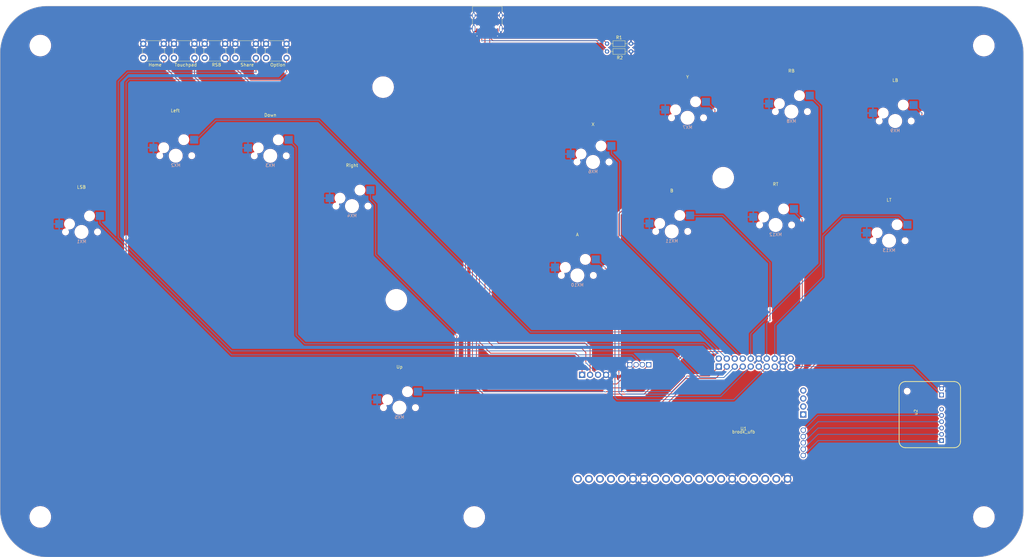
<source format=kicad_pcb>
(kicad_pcb (version 20221018) (generator pcbnew)
  (layers (0 "F.Cu" signal) (31 "B.Cu" signal) (34 "B.Paste" user) (35 "F.Paste" user) (36 "B.SilkS" user "B.Silkscreen") (37 "F.SilkS" user "F.Silkscreen") (38 "B.Mask" user) (39 "F.Mask" user) (44 "Edge.Cuts" user))
  (net 0 "")
  (net 1 "LSB")
  (net 2 "GND")
  (net 3 "left")
  (net 4 "down")
  (net 5 "right")
  (net 6 "up")
  (net 7 "x")
  (net 8 "y")
  (net 9 "RB")
  (net 10 "LB")
  (net 11 "a")
  (net 12 "b")
  (net 13 "RT")
  (net 14 "LT")
  (net 15 "home")
  (net 16 "Touchpad")
  (net 17 "RSB")
  (net 18 "share")
  (net 19 "option")
  (net 20 "VCC")
  (net 26 "J2-5")
  (net 27 "J2-4")
  (net 28 "J2-3")
  (net 29 "J2-2")
  (net 30 "J2-1")
  (net 47 "Net-(USB1-CC2)")
  (net 48 "Net-(USB1-CC1)")
  (net 49 "d+")
  (net 50 "d-")
  (net 51 "v")
  (footprint "Library:MXOnly-1U-Hotswap" (layer "F.Cu") (at 400.79 77.56)
    (fp_text reference "MX3")
    (fp_text value "Down" (at 0 -12.9375) (layer "F.SilkS"))
    (fp_text user "${REFERENCE}" (at 0 3.048) (layer "B.SilkS") (effects (justify mirror)))
    (pad "" np_thru_hole circle (at -5.08 0 48.0996) (size 1.75 1.75) (drill 1.75) (layers "*.Cu" "*.Mask"))
    (pad "" np_thru_hole circle (at -3.81 -2.54) (size 3 3) (drill 3) (layers "*.Cu" "*.Mask"))
    (pad "" np_thru_hole circle (at 0 0) (size 3.9878 3.9878) (drill 3.9878) (layers "*.Cu" "*.Mask"))
    (pad "" np_thru_hole circle (at 2.54 -5.08) (size 3 3) (drill 3) (layers "*.Cu" "*.Mask"))
    (pad "" np_thru_hole circle (at 5.08 0 48.0996) (size 1.75 1.75) (drill 1.75) (layers "*.Cu" "*.Mask"))
    (pad "1" smd rect (at -7.085 -2.54) (size 2.55 2.5) (layers "B.Cu" "B.Paste" "B.Mask") (net 2 "GND"))
    (pad "2" smd rect (at 5.842 -5.08) (size 2.55 2.5) (layers "B.Cu" "B.Paste" "B.Mask") (net 4 "down"))
  )
  (footprint "MountingHole:MountingHole_6.4mm_M6" (layer "F.Cu") (at 544.64 84.51)
    (fp_text reference "REF**")
    (fp_text value "MountingHole_6.4mm_M6")
    (pad "" np_thru_hole circle (at 0 0) (size 6.4 6.4) (drill 6.4) (layers "F&B.Cu" "*.Mask"))
  )
  (footprint "MountingHole:MountingHole_6.4mm_M6" (layer "F.Cu") (at 440.83 123.28)
    (fp_text reference "REF**")
    (fp_text value "MountingHole_6.4mm_M6")
    (pad "" np_thru_hole circle (at 0 0) (size 6.4 6.4) (drill 6.4) (layers "F&B.Cu" "*.Mask"))
  )
  (footprint "Library:MXOnly-1U-Hotswap" (layer "F.Cu") (at 566.3 63.52)
    (fp_text reference "MX8")
    (fp_text value "RB" (at 0 -12.9375) (layer "F.SilkS"))
    (fp_text user "${REFERENCE}" (at 0 3.048) (layer "B.SilkS") (effects (justify mirror)))
    (pad "" np_thru_hole circle (at -5.08 0 48.0996) (size 1.75 1.75) (drill 1.75) (layers "F&B.Cu" "*.Mask"))
    (pad "" np_thru_hole circle (at -3.81 -2.54) (size 3 3) (drill 3) (layers "F&B.Cu" "*.Mask"))
    (pad "" np_thru_hole circle (at 0 0) (size 3.9878 3.9878) (drill 3.9878) (layers "F&B.Cu" "*.Mask"))
    (pad "" np_thru_hole circle (at 2.54 -5.08) (size 3 3) (drill 3) (layers "F&B.Cu" "*.Mask"))
    (pad "" np_thru_hole circle (at 5.08 0 48.0996) (size 1.75 1.75) (drill 1.75) (layers "F&B.Cu" "*.Mask"))
    (pad "1" smd rect (at -7.085 -2.54) (size 2.55 2.5) (layers "B.Cu" "B.Paste" "B.Mask") (net 2 "GND"))
    (pad "2" smd rect (at 5.842 -5.08) (size 2.55 2.5) (layers "B.Cu" "B.Paste" "B.Mask") (net 9 "RB"))
  )
  (footprint "Library:MXOnly-1U-Hotswap" (layer "F.Cu") (at 503.29 79.52)
    (fp_text reference "MX6")
    (fp_text value "X" (at 0 -11.9375) (layer "F.SilkS"))
    (fp_text user "${REFERENCE}" (at 0 3.048) (layer "B.SilkS") (effects (justify mirror)))
    (pad "" np_thru_hole circle (at -5.08 0 48.0996) (size 1.75 1.75) (drill 1.75) (layers "F&B.Cu" "*.Mask"))
    (pad "" np_thru_hole circle (at -3.81 -2.54) (size 3 3) (drill 3) (layers "F&B.Cu" "*.Mask"))
    (pad "" np_thru_hole circle (at 0 0) (size 3.9878 3.9878) (drill 3.9878) (layers "F&B.Cu" "*.Mask"))
    (pad "" np_thru_hole circle (at 2.54 -5.08) (size 3 3) (drill 3) (layers "F&B.Cu" "*.Mask"))
    (pad "" np_thru_hole circle (at 5.08 0 48.0996) (size 1.75 1.75) (drill 1.75) (layers "F&B.Cu" "*.Mask"))
    (pad "1" smd rect (at -7.085 -2.54) (size 2.55 2.5) (layers "B.Cu" "B.Paste" "B.Mask") (net 2 "GND"))
    (pad "2" smd rect (at 5.842 -5.08) (size 2.55 2.5) (layers "B.Cu" "B.Paste" "B.Mask") (net 7 "x"))
  )
  (footprint "MountingHole:MountingHole_6.4mm_M6" (layer "F.Cu") (at 627.41 42.55)
    (fp_text reference "REF**")
    (fp_text value "MountingHole_6.4mm_M6")
    (pad "" np_thru_hole circle (at 0 0) (size 6.4 6.4) (drill 6.4) (layers "F&B.Cu" "*.Mask"))
  )
  (footprint "Resistor_THT:R_Axial_DIN0204_L3.6mm_D1.6mm_P7.62mm_Horizontal" (layer "F.Cu") (at 507.74 44.42)
    (fp_text reference "R2" (at 4.06 1.98) (layer "F.SilkS"))
    (fp_text value "5.1k")
    (pad "1" thru_hole circle (at 0 0) (size 1.4 1.4) (drill 0.7) (layers "*.Cu" "*.Mask") (net 47 "Net-(USB1-CC2)"))
    (pad "2" thru_hole oval (at 7.62 0) (size 1.4 1.4) (drill 0.7) (layers "*.Cu" "*.Mask") (net 2 "GND"))
  )
  (footprint "Button_Switch_THT:SW_PUSH_6mm_H8.5mm" (layer "F.Cu") (at 389.7 41.97)
    (fp_text reference "SW4")
    (fp_text value "Share" (at 3.75 6.7) (layer "F.SilkS"))
    (pad "1" thru_hole circle (at 0 0 90) (size 2 2) (drill 1.1) (layers "*.Cu" "*.Mask") (net 2 "GND"))
    (pad "1" thru_hole circle (at 6.5 0 90) (size 2 2) (drill 1.1) (layers "*.Cu" "*.Mask") (net 2 "GND"))
    (pad "2" thru_hole circle (at 0 4.5 90) (size 2 2) (drill 1.1) (layers "*.Cu" "*.Mask") (net 18 "share"))
    (pad "2" thru_hole circle (at 6.5 4.5 90) (size 2 2) (drill 1.1) (layers "*.Cu" "*.Mask") (net 18 "share"))
  )
  (footprint "Resistor_THT:R_Axial_DIN0204_L3.6mm_D1.6mm_P7.62mm_Horizontal" (layer "F.Cu") (at 507.74 41.92)
    (fp_text reference "R1" (at 3.81 -1.92) (layer "F.SilkS"))
    (fp_text value "5.1k")
    (pad "1" thru_hole circle (at 0 0) (size 1.4 1.4) (drill 0.7) (layers "*.Cu" "*.Mask") (net 48 "Net-(USB1-CC1)"))
    (pad "2" thru_hole oval (at 7.62 0) (size 1.4 1.4) (drill 0.7) (layers "*.Cu" "*.Mask") (net 2 "GND"))
  )
  (footprint "Library:MXOnly-1U-Hotswap" (layer "F.Cu") (at 498.32 115.54)
    (fp_text reference "MX10")
    (fp_text value "A" (at 0 -12.9375) (layer "F.SilkS"))
    (fp_text user "${REFERENCE}" (at 0 3.048) (layer "B.SilkS") (effects (justify mirror)))
    (pad "" np_thru_hole circle (at -5.08 0 48.0996) (size 1.75 1.75) (drill 1.75) (layers "F&B.Cu" "*.Mask"))
    (pad "" np_thru_hole circle (at -3.81 -2.54) (size 3 3) (drill 3) (layers "F&B.Cu" "*.Mask"))
    (pad "" np_thru_hole circle (at 0 0) (size 3.9878 3.9878) (drill 3.9878) (layers "F&B.Cu" "*.Mask"))
    (pad "" np_thru_hole circle (at 2.54 -5.08) (size 3 3) (drill 3) (layers "F&B.Cu" "*.Mask"))
    (pad "" np_thru_hole circle (at 5.08 0 48.0996) (size 1.75 1.75) (drill 1.75) (layers "F&B.Cu" "*.Mask"))
    (pad "1" smd rect (at -7.085 -2.54) (size 2.55 2.5) (layers "B.Cu" "B.Paste" "B.Mask") (net 2 "GND"))
    (pad "2" smd rect (at 5.842 -5.08) (size 2.55 2.5) (layers "B.Cu" "B.Paste" "B.Mask") (net 11 "a"))
  )
  (footprint "Connector_USB:USB_C_Receptacle_HRO_TYPE-C-31-M-12" (layer "F.Cu") (at 469.71 34.02 180)
    (fp_text reference "USB1")
    (fp_text value "HRO-TYPE-C-31-M-12")
    (pad "" np_thru_hole circle (at -2.89 -2.6 180) (size 0.65 0.65) (drill 0.65) (layers "*.Cu" "*.Mask"))
    (pad "" np_thru_hole circle (at 2.89 -2.6 180) (size 0.65 0.65) (drill 0.65) (layers "*.Cu" "*.Mask"))
    (pad "13" thru_hole oval (at -4.32 -3.13 180) (size 1 2.1) (drill oval 0.6 1.7) (layers "*.Cu" "*.Mask") (net 2 "GND"))
    (pad "13" thru_hole oval (at -4.32 1.05 180) (size 1 1.6) (drill oval 0.6 1.2) (layers "*.Cu" "*.Mask") (net 2 "GND"))
    (pad "13" thru_hole oval (at 4.32 -3.13 180) (size 1 2.1) (drill oval 0.6 1.7) (layers "*.Cu" "*.Mask") (net 2 "GND"))
    (pad "13" thru_hole oval (at 4.32 1.05 180) (size 1 1.6) (drill oval 0.6 1.2) (layers "*.Cu" "*.Mask") (net 2 "GND"))
    (pad "A1" smd rect (at -3.25 -4.045 180) (size 0.6 1.45) (layers "F.Cu" "F.Paste" "F.Mask") (net 2 "GND"))
    (pad "A4" smd rect (at -2.45 -4.045 180) (size 0.6 1.45) (layers "F.Cu" "F.Paste" "F.Mask") (net 51 "v"))
    (pad "A5" smd rect (at -1.25 -4.045 180) (size 0.3 1.45) (layers "F.Cu" "F.Paste" "F.Mask") (net 48 "Net-(USB1-CC1)"))
    (pad "A6" smd rect (at -0.25 -4.045 180) (size 0.3 1.45) (layers "F.Cu" "F.Paste" "F.Mask") (net 49 "d+"))
    (pad "A7" smd rect (at 0.25 -4.045 180) (size 0.3 1.45) (layers "F.Cu" "F.Paste" "F.Mask") (net 50 "d-"))
    (pad "A8" smd rect (at 1.25 -4.045 180) (size 0.3 1.45) (layers "F.Cu" "F.Paste" "F.Mask"))
    (pad "A9" smd rect (at 2.45 -4.045 180) (size 0.6 1.45) (layers "F.Cu" "F.Paste" "F.Mask") (net 51 "v"))
    (pad "A12" smd rect (at 3.25 -4.045 180) (size 0.6 1.45) (layers "F.Cu" "F.Paste" "F.Mask") (net 2 "GND"))
    (pad "B1" smd rect (at 3.25 -4.045 180) (size 0.6 1.45) (layers "F.Cu" "F.Paste" "F.Mask") (net 2 "GND"))
    (pad "B4" smd rect (at 2.45 -4.045 180) (size 0.6 1.45) (layers "F.Cu" "F.Paste" "F.Mask") (net 51 "v"))
    (pad "B5" smd rect (at 1.75 -4.045 180) (size 0.3 1.45) (layers "F.Cu" "F.Paste" "F.Mask") (net 47 "Net-(USB1-CC2)"))
    (pad "B6" smd rect (at 0.75 -4.045 180) (size 0.3 1.45) (layers "F.Cu" "F.Paste" "F.Mask") (net 49 "d+"))
    (pad "B7" smd rect (at -0.75 -4.045 180) (size 0.3 1.45) (layers "F.Cu" "F.Paste" "F.Mask") (net 50 "d-"))
    (pad "B8" smd rect (at -1.75 -4.045 180) (size 0.3 1.45) (layers "F.Cu" "F.Paste" "F.Mask"))
    (pad "B9" smd rect (at -2.45 -4.045 180) (size 0.6 1.45) (layers "F.Cu" "F.Paste" "F.Mask") (net 51 "v"))
    (pad "B12" smd rect (at -3.25 -4.045 180) (size 0.6 1.45) (layers "F.Cu" "F.Paste" "F.Mask") (net 2 "GND"))
  )
  (footprint "Library:UFB-UP5" (layer "F.Cu") (at 607.34 159 -90)
    (fp_text reference "u2" (at 0 1.524 90) (layer "F.SilkS"))
    (fp_text value "brook_ufb-up5")
    (pad "" np_thru_hole circle (at -6.690106 4.278122 270) (size 1.700022 1.700022) (drill 1.700022) (layers "F&B.Cu" "*.Mask"))
    (pad "1" thru_hole circle (at -7.490968 -6.664198 270) (size 1.499997 1.499997) (drill 0.999998) (layers "*.Cu" "*.Mask") (net 2 "GND"))
    (pad "2" thru_hole rect (at -5.490972 -6.664198 270) (size 1.499997 1.499997) (drill 0.999998) (layers "*.Cu" "*.Mask") (net 20 "VCC"))
    (pad "3" thru_hole circle (at -0.990346 -6.664198 270) (size 1.499997 1.499997) (drill 0.900024) (layers "*.Cu" "*.Mask"))
    (pad "4" thru_hole circle (at 1.00965 -6.664198 270) (size 1.499997 1.499997) (drill 0.900024) (layers "*.Cu" "*.Mask") (net 26 "J2-5"))
    (pad "5" thru_hole circle (at 3.009646 -6.664198 270) (size 1.499997 1.499997) (drill 0.900024) (layers "*.Cu" "*.Mask") (net 27 "J2-4"))
    (pad "6" thru_hole circle (at 5.009642 -6.664198 270) (size 1.499997 1.499997) (drill 0.900024) (layers "*.Cu" "*.Mask") (net 28 "J2-3"))
    (pad "7" thru_hole circle (at 7.009638 -6.664198 270) (size 1.499997 1.499997) (drill 0.900024) (layers "*.Cu" "*.Mask") (net 29 "J2-2"))
    (pad "8" thru_hole rect (at 9.009634 -6.664198 270) (size 1.499997 1.499997) (drill 0.900024) (layers "*.Cu" "*.Mask") (net 30 "J2-1"))
  )
  (footprint "Library:MXOnly-1U-Hotswap" (layer "F.Cu") (at 533.31 65.48)
    (fp_text reference "MX7")
    (fp_text value "Y" (at 0 -12.9375) (layer "F.SilkS"))
    (fp_text user "${REFERENCE}" (at 0 3.048) (layer "B.SilkS") (effects (justify mirror)))
    (pad "" np_thru_hole circle (at -5.08 0 48.0996) (size 1.75 1.75) (drill 1.75) (layers "F&B.Cu" "*.Mask"))
    (pad "" np_thru_hole circle (at -3.81 -2.54) (size 3 3) (drill 3) (layers "F&B.Cu" "*.Mask"))
    (pad "" np_thru_hole circle (at 0 0) (size 3.9878 3.9878) (drill 3.9878) (layers "F&B.Cu" "*.Mask"))
    (pad "" np_thru_hole circle (at 2.54 -5.08) (size 3 3) (drill 3) (layers "F&B.Cu" "*.Mask"))
    (pad "" np_thru_hole circle (at 5.08 0 48.0996) (size 1.75 1.75) (drill 1.75) (layers "F&B.Cu" "*.Mask"))
    (pad "1" smd rect (at -7.085 -2.54) (size 2.55 2.5) (layers "B.Cu" "B.Paste" "B.Mask") (net 2 "GND"))
    (pad "2" smd rect (at 5.842 -5.08) (size 2.55 2.5) (layers "B.Cu" "B.Paste" "B.Mask") (net 8 "y"))
  )
  (footprint "MountingHole:MountingHole_6.4mm_M6" (layer "F.Cu") (at 327.76 42.54)
    (fp_text reference "REF**")
    (fp_text value "MountingHole_6.4mm_M6")
    (pad "" np_thru_hole circle (at 0 0) (size 6.4 6.4) (drill 6.4) (layers "F&B.Cu" "*.Mask"))
  )
  (footprint "Library:Brook_Universal_Fighting_Board" (layer "F.Cu") (at 551.097049 164.707505 180)
    (fp_text reference "U1" (at 0 0.5) (layer "F.SilkS"))
    (fp_text value "brook_ufb" (at 0 -0.5) (layer "F.SilkS"))
    (pad "1" thru_hole circle (at -14.98 20.21 180) (size 2 2) (drill 1.2) (layers "*.Cu" "*.Mask") (net 20 "VCC"))
    (pad "2" thru_hole circle (at -14.98 22.75 180) (size 2 2) (drill 1.2) (layers "*.Cu" "*.Mask"))
    (pad "3" thru_hole circle (at -12.45 20.21 180) (size 2 2) (drill 1.2) (layers "*.Cu" "*.Mask") (net 2 "GND"))
    (pad "4" thru_hole circle (at -12.45 22.75 180) (size 2 2) (drill 1.2) (layers "*.Cu" "*.Mask") (net 2 "GND"))
    (pad "5" thru_hole circle (at -9.91 20.2 180) (size 2 2) (drill 1.2) (layers "*.Cu" "*.Mask") (net 13 "RT"))
    (pad "6" thru_hole circle (at -9.91 22.75 180) (size 2 2) (drill 1.2) (layers "*.Cu" "*.Mask") (net 14 "LT"))
    (pad "7" thru_hole circle (at -7.37 20.21332 180) (size 2 2) (drill 1.2) (layers "*.Cu" "*.Mask") (net 11 "a"))
    (pad "8" thru_hole circle (at -7.37 22.75 180) (size 2 2) (drill 1.2) (layers "*.Cu" "*.Mask") (net 12 "b"))
    (pad "9" thru_hole circle (at -4.83 20.21 180) (size 2 2) (drill 1.2) (layers "*.Cu" "*.Mask") (net 10 "LB"))
    (pad "10" thru_hole circle (at -4.83 22.75 180) (size 2 2) (drill 1.2) (layers "*.Cu" "*.Mask") (net 2 "GND"))
    (pad "11" thru_hole circle (at -2.29 20.21 180) (size 2 2) (drill 1.2) (layers "*.Cu" "*.Mask") (net 8 "y"))
    (pad "12" thru_hole circle (at -2.29 22.75 180) (size 2 2) (drill 1.2) (layers "*.Cu" "*.Mask") (net 9 "RB"))
    (pad "13" thru_hole circle (at 0.25 20.21 180) (size 2 2) (drill 1.2) (layers "*.Cu" "*.Mask") (net 19 "option"))
    (pad "14" thru_hole circle (at 0.25 22.75 180) (size 2 2) (drill 1.2) (layers "*.Cu" "*.Mask") (net 7 "x"))
    (pad "15" thru_hole circle (at 2.79 20.21 180) (size 2 2) (drill 1.2) (layers "*.Cu" "*.Mask") (net 18 "share"))
    (pad "16" thru_hole circle (at 2.79 22.75 180) (size 2 2) (drill 1.2) (layers "*.Cu" "*.Mask") (net 15 "home"))
    (pad "17" thru_hole circle (at 5.33 20.21 180) (size 2 2) (drill 1.2) (layers "*.Cu" "*.Mask") (net 5 "right"))
    (pad "18" thru_hole circle (at 5.33 22.75 180) (size 2 2) (drill 1.2) (layers "*.Cu" "*.Mask") (net 3 "left"))
    (pad "19" thru_hole rect (at 7.87 20.21 180) (size 2 2) (drill 1.2) (layers "*.Cu" "*.Mask") (net 6 "up"))
    (pad "20" thru_hole circle (at 7.87 22.75 180) (size 2 2) (drill 1.2) (layers "*.Cu" "*.Mask") (net 4 "down"))
    (pad "21" thru_hole circle (at -18.97 12.61 180) (size 2 2) (drill 1.2) (layers "*.Cu" "*.Mask"))
    (pad "22" thru_hole circle (at -18.97 10.07 180) (size 2 2) (drill 1.2) (layers "*.Cu" "*.Mask"))
    (pad "23" thru_hole circle (at -18.97 7.53 180) (size 2 2) (drill 1.2) (layers "*.Cu" "*.Mask"))
    (pad "24" thru_hole rect (at -18.97 4.99 180) (size 2 2) (drill 1.2) (layers "*.Cu" "*.Mask"))
    (pad "25" thru_hole circle (at -18.97 0.014 180) (size 1.7 1.7) (drill 1.2) (layers "*.Cu" "*.Mask") (net 26 "J2-5"))
    (pad "26" thru_hole circle (at -18.97 -2.014 180) (size 1.7 1.7) (drill 1.2) (layers "*.Cu" "*.Mask") (net 27 "J2-4"))
    (pad "27" thru_hole circle (at -18.97 -4.014 180) (size 1.7 1.7) (drill 1.2) (layers "*.Cu" "*.Mask") (net 28 "J2-3"))
    (pad "28" thru_hole circle (at -18.97 -6.014 180) (size 1.7 1.7) (drill 1.2) (layers "*.Cu" "*.Mask") (net 29 "J2-2"))
    (pad "29" thru_hole circle (at -18.97 -8.014 180) (size 1.7 1.7) (drill 1.2) (layers "*.Cu" "*.Mask") (net 30 "J2-1"))
    (pad "30" thru_hole rect (at 30.124 20.806 180) (size 1.7 1.7) (drill 1.2) (layers "*.Cu" "*.Mask") (net 16 "Touchpad"))
    (pad "31" thru_hole circle (at 32.124 20.806 180) (size 1.7 1.7) (drill 1.2) (layers "*.Cu" "*.Mask") (net 1 "LSB"))
    (pad "32" thru_hole circle (at 34.124 20.806 180) (size 1.7 1.7) (drill 1.2) (layers "*.Cu" "*.Mask") (net 17 "RSB"))
    (pad "33" thru_hole circle (at 36.124 20.806 180) (size 1.7 1.7) (drill 1.2) (layers "*.Cu" "*.Mask") (net 2 "GND"))
    (pad "34" thru_hole circle (at 43.661 17.602 180) (size 2 2) (drill 1.2) (layers "*.Cu" "*.Mask") (net 2 "GND"))
    (pad "35" thru_hole circle (at 46.201 17.602 180) (size 2 2) (drill 1.2) (layers "*.Cu" "*.Mask") (net 49 "d+"))
    (pad "36" thru_hole circle (at 48.741 17.602 180) (size 2 2) (drill 1.2) (layers "*.Cu" "*.Mask") (net 50 "d-"))
    (pad "37" thru_hole rect (at 51.281 17.602 180) (size 2 2) (drill 1.2) (layers "*.Cu" "*.Mask") (net 51 "v"))
    (pad "38" thru_hole circle (at -13.986 -15.455 180) (size 2.5 2.5) (drill 1.5) (layers "*.Cu" "*.Mask") (net 2 "GND"))
    (pad "39" thru_hole circle (at -10.396 -15.455 180) (size 2.5 2.5) (drill 1.5) (layers "*.Cu" "*.Mask"))
    (pad "40" thru_hole circle (at -6.896 -15.455 180) (size 2.5 2.5) (drill 1.5) (layers "*.Cu" "*.Mask"))
    (pad "41" thru_hole circle (at -3.396 -15.455 180) (size 2.5 2.5) (drill 1.5) (layers "*.Cu" "*.Mask"))
    (pad "42" thru_hole circle (at 0.104 -15.455 180) (size 2.5 2.5) (drill 1.5) (layers "*.Cu" "*.Mask"))
    (pad "43" thru_hole circle (at 3.604 -15.455 180) (size 2.5 2.5) (drill 1.5) (layers "*.Cu" "*.Mask") (net 2 "GND"))
    (pad "44" thru_hole circle (at 7.104 -15.455 180) (size 2.5 2.5) (drill 1.5) (layers "*.Cu" "*.Mask"))
    (pad "45" thru_hole circle (at 10.604 -15.455 180) (size 2.5 2.5) (drill 1.5) (layers "*.Cu" "*.Mask"))
    (pad "46" thru_hole circle (at 14.104 -15.455 180) (size 2.5 2.5) (drill 1.5) (layers "*.Cu" "*.Mask"))
    (pad "47" thru_hole circle (at 17.604 -15.455 180) (size 2.5 2.5) (drill 1.5) (layers "*.Cu" "*.Mask"))
    (pad "48" thru_hole circle (at 21.104 -15.455 180) (size 2.5 2.5) (drill 1.5) (layers "*.Cu" "*.Mask"))
    (pad "49" thru_hole circle (at 24.604 -15.455 180) (size 2.5 2.5) (drill 1.5) (layers "*.Cu" "*.Mask"))
    (pad "50" thru_hole circle (at 28.104 -15.455 180) (size 2.5 2.5) (drill 1.5) (layers "*.Cu" "*.Mask"))
    (pad "51" thru_hole circle (at 31.604 -15.455 180) (size 2.5 2.5) (drill 1.5) (layers "*.Cu" "*.Mask") (net 2 "GND"))
    (pad "52" thru_hole circle (at 35.104 -15.455 180) (size 2.5 2.5) (drill 1.5) (layers "*.Cu" "*.Mask") (net 2 "GND"))
    (pad "53" thru_hole circle (at 38.604 -15.455 180) (size 2.5 2.5) (drill 1.5) (layers "*.Cu" "*.Mask"))
    (pad "54" thru_hole circle (at 42.104 -15.455 180) (size 2.5 2.5) (drill 1.5) (layers "*.Cu" "*.Mask"))
    (pad "55" thru_hole circle (at 45.604 -15.455 180) (size 2.5 2.5) (drill 1.5) (layers "*.Cu" "*.Mask"))
    (pad "56" thru_hole circle (at 49.104 -15.455 180) (size 2.5 2.5) (drill 1.5) (layers "*.Cu" "*.Mask"))
    (pad "57" thru_hole circle (at 52.604 -15.455 180) (size 2.5 2.5) (drill 1.5) (layers "*.Cu" "*.Mask"))
  )
  (footprint "Button_Switch_THT:SW_PUSH_6mm_H8.5mm" (layer "F.Cu") (at 379.95 41.97)
    (fp_text reference "SW3")
    (fp_text value "RSB" (at 3.75 6.7) (layer "F.SilkS"))
    (pad "1" thru_hole circle (at 0 0 90) (size 2 2) (drill 1.1) (layers "*.Cu" "*.Mask") (net 2 "GND"))
    (pad "1" thru_hole circle (at 6.5 0 90) (size 2 2) (drill 1.1) (layers "*.Cu" "*.Mask") (net 2 "GND"))
    (pad "2" thru_hole circle (at 0 4.5 90) (size 2 2) (drill 1.1) (layers "*.Cu" "*.Mask") (net 17 "RSB"))
    (pad "2" thru_hole circle (at 6.5 4.5 90) (size 2 2) (drill 1.1) (layers "*.Cu" "*.Mask") (net 17 "RSB"))
  )
  (footprint "Library:MXOnly-1U-Hotswap" (layer "F.Cu") (at 597.32 104.53)
    (fp_text reference "MX13")
    (fp_text value "LT" (at 0 -12.9375) (layer "F.SilkS"))
    (fp_text user "${REFERENCE}" (at 0 3.048) (layer "B.SilkS") (effects (justify mirror)))
    (pad "" np_thru_hole circle (at -5.08 0 48.0996) (size 1.75 1.75) (drill 1.75) (layers "F&B.Cu" "*.Mask"))
    (pad "" np_thru_hole circle (at -3.81 -2.54) (size 3 3) (drill 3) (layers "F&B.Cu" "*.Mask"))
    (pad "" np_thru_hole circle (at 0 0) (size 3.9878 3.9878) (drill 3.9878) (layers "F&B.Cu" "*.Mask"))
    (pad "" np_thru_hole circle (at 2.54 -5.08) (size 3 3) (drill 3) (layers "F&B.Cu" "*.Mask"))
    (pad "" np_thru_hole circle (at 5.08 0 48.0996) (size 1.75 1.75) (drill 1.75) (layers "F&B.Cu" "*.Mask"))
    (pad "1" smd rect (at -7.085 -2.54) (size 2.55 2.5) (layers "B.Cu" "B.Paste" "B.Mask") (net 2 "GND"))
    (pad "2" smd rect (at 5.842 -5.08) (size 2.55 2.5) (layers "B.Cu" "B.Paste" "B.Mask") (net 14 "LT"))
  )
  (footprint "Button_Switch_THT:SW_PUSH_6mm_H8.5mm" (layer "F.Cu") (at 399.45 41.97)
    (fp_text reference "SW5")
    (fp_text value "Option" (at 3.75 6.7) (layer "F.SilkS"))
    (pad "1" thru_hole circle (at 0 0 90) (size 2 2) (drill 1.1) (layers "*.Cu" "*.Mask") (net 2 "GND"))
    (pad "1" thru_hole circle (at 6.5 0 90) (size 2 2) (drill 1.1) (layers "*.Cu" "*.Mask") (net 2 "GND"))
    (pad "2" thru_hole circle (at 0 4.5 90) (size 2 2) (drill 1.1) (layers "*.Cu" "*.Mask") (net 19 "option"))
    (pad "2" thru_hole circle (at 6.5 4.5 90) (size 2 2) (drill 1.1) (layers "*.Cu" "*.Mask") (net 19 "option"))
  )
  (footprint "MountingHole:MountingHole_6.4mm_M6" (layer "F.Cu") (at 627.44 192.27)
    (fp_text reference "REF**")
    (fp_text value "MountingHole_6.4mm_M6")
    (pad "" np_thru_hole circle (at 0 0) (size 6.4 6.4) (drill 6.4) (layers "F&B.Cu" "*.Mask"))
  )
  (footprint "Library:MXOnly-1U-Hotswap" (layer "F.Cu") (at 426.74 93.53)
    (fp_text reference "MX4")
    (fp_text value "Right" (at 0 -12.9375) (layer "F.SilkS"))
    (fp_text user "${REFERENCE}" (at 0 3.048) (layer "B.SilkS") (effects (justify mirror)))
    (pad "" np_thru_hole circle (at -5.08 0 48.0996) (size 1.75 1.75) (drill 1.75) (layers "F&B.Cu" "*.Mask"))
    (pad "" np_thru_hole circle (at -3.81 -2.54) (size 3 3) (drill 3) (layers "F&B.Cu" "*.Mask"))
    (pad "" np_thru_hole circle (at 0 0) (size 3.9878 3.9878) (drill 3.9878) (layers "F&B.Cu" "*.Mask"))
    (pad "" np_thru_hole circle (at 2.54 -5.08) (size 3 3) (drill 3) (layers "F&B.Cu" "*.Mask"))
    (pad "" np_thru_hole circle (at 5.08 0 48.0996) (size 1.75 1.75) (drill 1.75) (layers "F&B.Cu" "*.Mask"))
    (pad "1" smd rect (at -7.085 -2.54) (size 2.55 2.5) (layers "B.Cu" "B.Paste" "B.Mask") (net 2 "GND"))
    (pad "2" smd rect (at 5.842 -5.08) (size 2.55 2.5) (layers "B.Cu" "B.Paste" "B.Mask") (net 5 "right"))
  )
  (footprint "Button_Switch_THT:SW_PUSH_6mm_H8.5mm" (layer "F.Cu") (at 370.2 41.97)
    (fp_text reference "SW2")
    (fp_text value "Touchpad" (at 3.75 6.7) (layer "F.SilkS"))
    (pad "1" thru_hole circle (at 0 0 90) (size 2 2) (drill 1.1) (layers "*.Cu" "*.Mask") (net 2 "GND"))
    (pad "1" thru_hole circle (at 6.5 0 90) (size 2 2) (drill 1.1) (layers "*.Cu" "*.Mask") (net 2 "GND"))
    (pad "2" thru_hole circle (at 0 4.5 90) (size 2 2) (drill 1.1) (layers "*.Cu" "*.Mask") (net 16 "Touchpad"))
    (pad "2" thru_hole circle (at 6.5 4.5 90) (size 2 2) (drill 1.1) (layers "*.Cu" "*.Mask") (net 16 "Touchpad"))
  )
  (footprint "Button_Switch_THT:SW_PUSH_6mm_H8.5mm" (layer "F.Cu") (at 360.45 41.97)
    (fp_text reference "SW1")
    (fp_text value "Home" (at 3.75 6.7) (layer "F.SilkS"))
    (pad "1" thru_hole circle (at 0 0 90) (size 2 2) (drill 1.1) (layers "*.Cu" "*.Mask") (net 2 "GND"))
    (pad "1" thru_hole circle (at 6.5 0 90) (size 2 2) (drill 1.1) (layers "*.Cu" "*.Mask") (net 2 "GND"))
    (pad "2" thru_hole circle (at 0 4.5 90) (size 2 2) (drill 1.1) (layers "*.Cu" "*.Mask") (net 15 "home"))
    (pad "2" thru_hole circle (at 6.5 4.5 90) (size 2 2) (drill 1.1) (layers "*.Cu" "*.Mask") (net 15 "home"))
  )
  (footprint "MountingHole:MountingHole_6.4mm_M6" (layer "F.Cu") (at 436.62 55.74)
    (fp_text reference "REF**")
    (fp_text value "MountingHole_6.4mm_M6")
    (pad "" np_thru_hole circle (at 0 0) (size 6.4 6.4) (drill 6.4) (layers "F&B.Cu" "*.Mask"))
  )
  (footprint "Library:MXOnly-1U-Hotswap" (layer "F.Cu") (at 599.27 66.51)
    (fp_text reference "MX9")
    (fp_text value "LB" (at 0 -12.9375) (layer "F.SilkS"))
    (fp_text user "${REFERENCE}" (at 0 3.048) (layer "B.SilkS") (effects (justify mirror)))
    (pad "" np_thru_hole circle (at -5.08 0 48.0996) (size 1.75 1.75) (drill 1.75) (layers "F&B.Cu" "*.Mask"))
    (pad "" np_thru_hole circle (at -3.81 -2.54) (size 3 3) (drill 3) (layers "F&B.Cu" "*.Mask"))
    (pad "" np_thru_hole circle (at 0 0) (size 3.9878 3.9878) (drill 3.9878) (layers "F&B.Cu" "*.Mask"))
    (pad "" np_thru_hole circle (at 2.54 -5.08) (size 3 3) (drill 3) (layers "F&B.Cu" "*.Mask"))
    (pad "" np_thru_hole circle (at 5.08 0 48.0996) (size 1.75 1.75) (drill 1.75) (layers "F&B.Cu" "*.Mask"))
    (pad "1" smd rect (at -7.085 -2.54) (size 2.55 2.5) (layers "B.Cu" "B.Paste" "B.Mask") (net 2 "GND"))
    (pad "2" smd rect (at 5.842 -5.08) (size 2.55 2.5) (layers "B.Cu" "B.Paste" "B.Mask") (net 10 "LB"))
  )
  (footprint "Library:MXOnly-1U-Hotswap" (layer "F.Cu") (at 528.29 101.57)
    (fp_text reference "MX11")
    (fp_text value "B" (at 0 -12.9375) (layer "F.SilkS"))
    (fp_text user "${REFERENCE}" (at 0 3.048) (layer "B.SilkS") (effects (justify mirror)))
    (pad "" np_thru_hole circle (at -5.08 0 48.0996) (size 1.75 1.75) (drill 1.75) (layers "F&B.Cu" "*.Mask"))
    (pad "" np_thru_hole circle (at -3.81 -2.54) (size 3 3) (drill 3) (layers "F&B.Cu" "*.Mask"))
    (pad "" np_thru_hole circle (at 0 0) (size 3.9878 3.9878) (drill 3.9878) (layers "F&B.Cu" "*.Mask"))
    (pad "" np_thru_hole circle (at 2.54 -5.08) (size 3 3) (drill 3) (layers "F&B.Cu" "*.Mask"))
    (pad "" np_thru_hole circle (at 5.08 0 48.0996) (size 1.75 1.75) (drill 1.75) (layers "F&B.Cu" "*.Mask"))
    (pad "1" smd rect (at -7.085 -2.54) (size 2.55 2.5) (layers "B.Cu" "B.Paste" "B.Mask") (net 2 "GND"))
    (pad "2" smd rect (at 5.842 -5.08) (size 2.55 2.5) (layers "B.Cu" "B.Paste" "B.Mask") (net 12 "b"))
  )
  (footprint "Library:MXOnly-1U-Hotswap" (layer "F.Cu") (at 441.82 157.54)
    (fp_text reference "MX5")
    (fp_text value "Up" (at 0 -12.9375) (layer "F.SilkS"))
    (fp_text user "${REFERENCE}" (at 0 3.048) (layer "B.SilkS") (effects (justify mirror)))
    (pad "" np_thru_hole circle (at -5.08 0 48.0996) (size 1.75 1.75) (drill 1.75) (layers "F&B.Cu" "*.Mask"))
    (pad "" np_thru_hole circle (at -3.81 -2.54) (size 3 3) (drill 3) (layers "F&B.Cu" "*.Mask"))
    (pad "" np_thru_hole circle (at 0 0) (size 3.9878 3.9878) (drill 3.9878) (layers "F&B.Cu" "*.Mask"))
    (pad "" np_thru_hole circle (at 2.54 -5.08) (size 3 3) (drill 3) (layers "F&B.Cu" "*.Mask"))
    (pad "" np_thru_hole circle (at 5.08 0 48.0996) (size 1.75 1.75) (drill 1.75) (layers "F&B.Cu" "*.Mask"))
    (pad "1" smd rect (at -7.085 -2.54) (size 2.55 2.5) (layers "B.Cu" "B.Paste" "B.Mask") (net 2 "GND"))
    (pad "2" smd rect (at 5.842 -5.08) (size 2.55 2.5) (layers "B.Cu" "B.Paste" "B.Mask") (net 6 "up"))
  )
  (footprint "Library:MXOnly-1U-Hotswap" (layer "F.Cu") (at 370.77 77.52)
    (fp_text reference "MX2")
    (fp_text value "Left" (at -0.17 -14.32) (layer "F.SilkS"))
    (fp_text user "${REFERENCE}" (at 0 3.048) (layer "B.SilkS") (effects (justify mirror)))
    (pad "" np_thru_hole circle (at -5.08 0 48.0996) (size 1.75 1.75) (drill 1.75) (layers "F&B.Cu" "*.Mask"))
    (pad "" np_thru_hole circle (at -3.81 -2.54) (size 3 3) (drill 3) (layers "F&B.Cu" "*.Mask"))
    (pad "" np_thru_hole circle (at 0 0) (size 3.9878 3.9878) (drill 3.9878) (layers "F&B.Cu" "*.Mask"))
    (pad "" np_thru_hole circle (at 2.54 -5.08) (size 3 3) (drill 3) (layers "F&B.Cu" "*.Mask"))
    (pad "" np_thru_hole circle (at 5.08 0 48.0996) (size 1.75 1.75) (drill 1.75) (layers "F&B.Cu" "*.Mask"))
    (pad "1" smd rect (at -7.085 -2.54) (size 2.55 2.5) (layers "B.Cu" "B.Paste" "B.Mask") (net 2 "GND"))
    (pad "2" smd rect (at 5.842 -5.08) (size 2.55 2.5) (layers "B.Cu" "B.Paste" "B.Mask") (net 3 "left"))
  )
  (footprint "MountingHole:MountingHole_6.4mm_M6" (layer "F.Cu") (at 327.75 192.24)
    (fp_text reference "REF**")
    (fp_text value "MountingHole_6.4mm_M6")
    (pad "" np_thru_hole circle (at 0 0) (size 6.4 6.4) (drill 6.4) (layers "F&B.Cu" "*.Mask"))
  )
  (footprint "MountingHole:MountingHole_6.4mm_M6" (layer "F.Cu") (at 465.57 192.26)
    (fp_text reference "REF**")
    (fp_text value "MountingHole_6.4mm_M6")
    (pad "" np_thru_hole circle (at 0 0) (size 6.4 6.4) (drill 6.4) (layers "F&B.Cu" "*.Mask"))
  )
  (footprint "Library:MXOnly-1U-Hotswap" (layer "F.Cu") (at 561.28 99.52)
    (fp_text reference "MX12")
    (fp_text value "RT" (at 0 -12.9375) (layer "F.SilkS"))
    (fp_text user "${REFERENCE}" (at 0 3.048) (layer "B.SilkS") (effects (justify mirror)))
    (pad "" np_thru_hole circle (at -5.08 0 48.0996) (size 1.75 1.75) (drill 1.75) (layers "F&B.Cu" "*.Mask"))
    (pad "" np_thru_hole circle (at -3.81 -2.54) (size 3 3) (drill 3) (layers "F&B.Cu" "*.Mask"))
    (pad "" np_thru_hole circle (at 0 0) (size 3.9878 3.9878) (drill 3.9878) (layers "F&B.Cu" "*.Mask"))
    (pad "" np_thru_hole circle (at 2.54 -5.08) (size 3 3) (drill 3) (layers "F&B.Cu" "*.Mask"))
    (pad "" np_thru_hole circle (at 5.08 0 48.0996) (size 1.75 1.75) (drill 1.75) (layers "F&B.Cu" "*.Mask"))
    (pad "1" smd rect (at -7.085 -2.54) (size 2.55 2.5) (layers "B.Cu" "B.Paste" "B.Mask") (net 2 "GND"))
    (pad "2" smd rect (at 5.842 -5.08) (size 2.55 2.5) (layers "B.Cu" "B.Paste" "B.Mask") (net 13 "RT"))
  )
  (footprint "Library:MXOnly-1U-Hotswap" (layer "F.Cu") (at 340.84 101.74)
    (fp_text reference "MX1")
    (fp_text value "LSB" (at -0.04 -14.24) (layer "F.SilkS"))
    (fp_text user "${REFERENCE}" (at 0 3.048) (layer "B.SilkS") (effects (justify mirror)))
    (pad "" np_thru_hole circle (at -5.08 0 48.0996) (size 1.75 1.75) (drill 1.75) (layers "*.Cu" "*.Mask"))
    (pad "" np_thru_hole circle (at -3.81 -2.54) (size 3 3) (drill 3) (layers "*.Cu" "*.Mask"))
    (pad "" np_thru_hole circle (at 0 0) (size 3.9878 3.9878) (drill 3.9878) (layers "*.Cu" "*.Mask"))
    (pad "" np_thru_hole circle (at 2.54 -5.08) (size 3 3) (drill 3) (layers "*.Cu" "*.Mask"))
    (pad "" np_thru_hole circle (at 5.08 0 48.0996) (size 1.75 1.75) (drill 1.75) (layers "*.Cu" "*.Mask"))
    (pad "1" smd rect (at -7.085 -2.54) (size 2.55 2.5) (layers "B.Cu" "B.Paste" "B.Mask") (net 2 "GND"))
    (pad "2" smd rect (at 5.842 -5.08) (size 2.55 2.5) (layers "B.Cu" "B.Paste" "B.Mask") (net 1 "LSB"))
  )
  (gr_arc (start 330 205) (mid 319.393398 200.606602) (end 315 190) (stroke (width 0.1)) (layer "Edge.Cuts"))
  (gr_line (start 330 205) (end 625 205) (stroke (width 0.1)) (layer "Edge.Cuts"))
  (gr_arc (start 625 30) (mid 635.606602 34.393398) (end 640 45) (stroke (width 0.1)) (layer "Edge.Cuts"))
  (gr_arc (start 640 190) (mid 635.606602 200.606602) (end 625 205) (stroke (width 0.1)) (layer "Edge.Cuts"))
  (gr_line (start 330 30) (end 625 30) (stroke (width 0.1)) (layer "Edge.Cuts"))
  (gr_line (start 315 45) (end 315 190) (stroke (width 0.1)) (layer "Edge.Cuts"))
  (gr_line (start 640 45) (end 640 190) (stroke (width 0.1)) (layer "Edge.Cuts"))
  (gr_arc (start 315 45) (mid 319.393398 34.393398) (end 330 30) (stroke (width 0.1)) (layer "Edge.Cuts"))
  (segment (start 388.5 140.75) (end 515.821544 140.75) (width 0.25) (layer "B.Cu") (net 1))
  (segment (start 515.821544 140.75) (end 518.973049 143.901505) (width 0.25) (layer "B.Cu") (net 1))
  (segment (start 346.682 96.66) (end 346.682 98.932) (width 0.25) (layer "B.Cu") (net 1))
  (segment (start 346.682 98.932) (end 388.5 140.75) (width 0.25) (layer "B.Cu") (net 1))
  (segment (start 472.96 39.5) (end 472.96 38.065) (width 0.25) (layer "F.Cu") (net 2))
  (segment (start 472.96 38.065) (end 472.96 37.44) (width 0) (layer "F.Cu") (net 2))
  (segment (start 466.46 39.5) (end 466.46 38.065) (width 0.25) (layer "F.Cu") (net 2))
  (segment (start 466.46 38.065) (end 466.46 37.46) (width 0) (layer "F.Cu") (net 2))
  (via (at 466.46 39.5) (size 0.5) (drill 0.3) (layers "F.Cu" "B.Cu") (net 2))
  (via (at 472.96 39.5) (size 0.5) (drill 0.3) (layers "F.Cu" "B.Cu") (net 2))
  (segment (start 465.39 38.43) (end 465.39 37.15) (width 0.25) (layer "B.Cu") (net 2))
  (segment (start 466.46 39.5) (end 465.39 38.43) (width 0.25) (layer "B.Cu") (net 2))
  (segment (start 472.96 39.5) (end 474.03 38.43) (width 0.25) (layer "B.Cu") (net 2))
  (segment (start 474.03 38.43) (end 474.03 37.15) (width 0.25) (layer "B.Cu") (net 2))
  (segment (start 472.96 39.5) (end 466.46 39.5) (width 0.25) (layer "B.Cu") (net 2))
  (segment (start 416.25 66.25) (end 483.5 133.5) (width 0.25) (layer "B.Cu") (net 3))
  (segment (start 376.612 72.44) (end 377.31 72.44) (width 0.25) (layer "B.Cu") (net 3))
  (segment (start 383.5 66.25) (end 416.25 66.25) (width 0.25) (layer "B.Cu") (net 3))
  (segment (start 483.5 133.5) (end 537.309544 133.5) (width 0.25) (layer "B.Cu") (net 3))
  (segment (start 537.309544 133.5) (end 545.767049 141.957505) (width 0.25) (layer "B.Cu") (net 3))
  (segment (start 377.31 72.44) (end 383.5 66.25) (width 0.25) (layer "B.Cu") (net 3))
  (segment (start 406.632 72.48) (end 409 74.848) (width 0.25) (layer "B.Cu") (net 4))
  (segment (start 409 134.5) (end 411.75 137.25) (width 0.25) (layer "B.Cu") (net 4))
  (segment (start 538.519544 137.25) (end 543.227049 141.957505) (width 0.25) (layer "B.Cu") (net 4))
  (segment (start 409 74.848) (end 409 134.5) (width 0.25) (layer "B.Cu") (net 4))
  (segment (start 411.75 137.25) (end 538.519544 137.25) (width 0.25) (layer "B.Cu") (net 4))
  (segment (start 460 159) (end 522 159) (width 0.25) (layer "F.Cu") (net 5))
  (segment (start 532.75 148.25) (end 542.25 148.25) (width 0.25) (layer "F.Cu") (net 5))
  (segment (start 542.25 148.25) (end 545.767049 144.732951) (width 0.25) (layer "F.Cu") (net 5))
  (segment (start 522 159) (end 532.75 148.25) (width 0.25) (layer "F.Cu") (net 5))
  (segment (start 460 134.75) (end 460 159) (width 0.25) (layer "F.Cu") (net 5))
  (segment (start 545.767049 144.732951) (end 545.767049 144.497505) (width 0.25) (layer "F.Cu") (net 5))
  (via (at 460 134.75) (size 0.5) (drill 0.3) (layers "F.Cu" "B.Cu") (net 5))
  (segment (start 432.582 88.45) (end 432.582 91.332) (width 0.25) (layer "B.Cu") (net 5))
  (segment (start 434.25 93) (end 434.25 109) (width 0.25) (layer "B.Cu") (net 5))
  (segment (start 432.582 91.332) (end 434.25 93) (width 0.25) (layer "B.Cu") (net 5))
  (segment (start 434.25 109) (end 460 134.75) (width 0.25) (layer "B.Cu") (net 5))
  (segment (start 540.224554 147.5) (end 543.227049 144.497505) (width 0.25) (layer "F.Cu") (net 6))
  (segment (start 533.25 147.5) (end 540.224554 147.5) (width 0.25) (layer "F.Cu") (net 6))
  (segment (start 507.29 152.46) (end 513.21 152.46) (width 0.25) (layer "F.Cu") (net 6))
  (via (at 513.25 152.5) (size 0.5) (drill 0.3) (layers "F.Cu" "B.Cu") (net 6))
  (via (at 507.25 152.5) (size 0.5) (drill 0.3) (layers "F.Cu" "B.Cu") (net 6))
  (via (at 533.25 147.5) (size 0.5) (drill 0.3) (layers "F.Cu" "B.Cu") (net 6))
  (segment (start 513.29 152.46) (end 528.29 152.46) (width 0.25) (layer "B.Cu") (net 6))
  (segment (start 507.21 152.46) (end 507.25 152.5) (width 0.25) (layer "B.Cu") (net 6))
  (segment (start 513.21 152.46) (end 513.25 152.5) (width 0.25) (layer "B.Cu") (net 6))
  (segment (start 507.25 152.5) (end 507.29 152.46) (width 0.25) (layer "B.Cu") (net 6))
  (segment (start 447.662 152.46) (end 507.21 152.46) (width 0.25) (layer "B.Cu") (net 6))
  (segment (start 528.29 152.46) (end 533.25 147.5) (width 0.25) (layer "B.Cu") (net 6))
  (segment (start 513.25 152.5) (end 513.29 152.46) (width 0.25) (layer "B.Cu") (net 6))
  (segment (start 550.847049 141.847049) (end 511.75 102.75) (width 0.25) (layer "B.Cu") (net 7))
  (segment (start 511.75 79.5) (end 509.132 76.882) (width 0.25) (layer "B.Cu") (net 7))
  (segment (start 509.132 76.882) (end 509.132 74.44) (width 0.25) (layer "B.Cu") (net 7))
  (segment (start 550.847049 141.957505) (end 550.847049 141.847049) (width 0.25) (layer "B.Cu") (net 7))
  (segment (start 511.75 102.25) (end 511.75 79.5) (width 0.25) (layer "B.Cu") (net 7))
  (segment (start 511.75 102.75) (end 511.75 102.25) (width 0.25) (layer "B.Cu") (net 7))
  (segment (start 542 63) (end 542 65.5) (width 0.25) (layer "F.Cu") (net 8))
  (segment (start 542 65.5) (end 511.5 96) (width 0.25) (layer "F.Cu") (net 8))
  (segment (start 511.5 96) (end 511.5 146.5) (width 0.25) (layer "F.Cu") (net 8))
  (via (at 542 63) (size 0.5) (drill 0.3) (layers "F.Cu" "B.Cu") (net 8))
  (via (at 511.5 146.5) (size 0.5) (drill 0.3) (layers "F.Cu" "B.Cu") (net 8))
  (segment (start 511.5 152.75) (end 512.75 154) (width 0.25) (layer "B.Cu") (net 8))
  (segment (start 512.75 154) (end 543.884554 154) (width 0.25) (layer "B.Cu") (net 8))
  (segment (start 539.4 60.4) (end 542 63) (width 0.25) (layer "B.Cu") (net 8))
  (segment (start 539.152 60.4) (end 539.4 60.4) (width 0.25) (layer "B.Cu") (net 8))
  (segment (start 511.5 146.5) (end 511.5 152.75) (width 0.25) (layer "B.Cu") (net 8))
  (segment (start 543.884554 154) (end 553.387049 144.497505) (width 0.25) (layer "B.Cu") (net 8))
  (segment (start 575.5 112) (end 553.387049 134.112951) (width 0.25) (layer "B.Cu") (net 9))
  (segment (start 553.387049 134.112951) (end 553.387049 141.957505) (width 0.25) (layer "B.Cu") (net 9))
  (segment (start 572.142 58.44) (end 575.5 61.798) (width 0.25) (layer "B.Cu") (net 9))
  (segment (start 575.5 61.798) (end 575.5 112) (width 0.25) (layer "B.Cu") (net 9))
  (segment (start 561.929544 150.5) (end 555.927049 144.497505) (width 0.25) (layer "F.Cu") (net 10))
  (segment (start 607.75 64) (end 607.75 109.75) (width 0.25) (layer "F.Cu") (net 10))
  (segment (start 567 150.5) (end 561.929544 150.5) (width 0.25) (layer "F.Cu") (net 10))
  (segment (start 607.75 109.75) (end 567 150.5) (width 0.25) (layer "F.Cu") (net 10))
  (via (at 607.75 64) (size 0.5) (drill 0.3) (layers "F.Cu" "B.Cu") (net 10))
  (segment (start 605.112 61.43) (end 605.18 61.43) (width 0.25) (layer "B.Cu") (net 10))
  (segment (start 605.18 61.43) (end 607.75 64) (width 0.25) (layer "B.Cu") (net 10))
  (segment (start 507 113) (end 510.25 116.25) (width 0.25) (layer "F.Cu") (net 11))
  (segment (start 510.25 116.25) (end 510.25 148.75) (width 0.25) (layer "F.Cu") (net 11))
  (via (at 510.25 148.75) (size 0.5) (drill 0.3) (layers "F.Cu" "B.Cu") (net 11))
  (via (at 507 113) (size 0.5) (drill 0.3) (layers "F.Cu" "B.Cu") (net 11))
  (segment (start 504.162 110.46) (end 504.46 110.46) (width 0.25) (layer "B.Cu") (net 11))
  (segment (start 510.25 154.25) (end 511 155) (width 0.25) (layer "B.Cu") (net 11))
  (segment (start 511 155) (end 547.961234 155) (width 0.25) (layer "B.Cu") (net 11))
  (segment (start 510.25 148.75) (end 510.25 154.25) (width 0.25) (layer "B.Cu") (net 11))
  (segment (start 547.961234 155) (end 558.467049 144.494185) (width 0.25) (layer "B.Cu") (net 11))
  (segment (start 504.46 110.46) (end 507 113) (width 0.25) (layer "B.Cu") (net 11))
  (segment (start 559.5 126.25) (end 559.5 129.75) (width 0.25) (layer "F.Cu") (net 12))
  (via (at 559.5 129.75) (size 0.5) (drill 0.3) (layers "F.Cu" "B.Cu") (net 12))
  (via (at 559.5 126.25) (size 0.5) (drill 0.3) (layers "F.Cu" "B.Cu") (net 12))
  (segment (start 559.5 111.5) (end 544.49 96.49) (width 0.25) (layer "B.Cu") (net 12))
  (segment (start 558.467049 130.782951) (end 559.5 129.75) (width 0.25) (layer "B.Cu") (net 12))
  (segment (start 558.467049 141.957505) (end 558.467049 130.782951) (width 0.25) (layer "B.Cu") (net 12))
  (segment (start 544.49 96.49) (end 534.132 96.49) (width 0.25) (layer "B.Cu") (net 12))
  (segment (start 559.5 126.25) (end 559.5 111.5) (width 0.25) (layer "B.Cu") (net 12))
  (segment (start 564.999544 148.5) (end 561.007049 144.507505) (width 0.25) (layer "F.Cu") (net 13))
  (segment (start 565.75 148.5) (end 564.999544 148.5) (width 0.25) (layer "F.Cu") (net 13))
  (segment (start 569.75 97.75) (end 569.75 144.5) (width 0.25) (layer "F.Cu") (net 13))
  (segment (start 569.75 144.5) (end 565.75 148.5) (width 0.25) (layer "F.Cu") (net 13))
  (via (at 569.75 97.75) (size 0.5) (drill 0.3) (layers "F.Cu" "B.Cu") (net 13))
  (segment (start 567.122 94.44) (end 567.122 95.122) (width 0.25) (layer "B.Cu") (net 13))
  (segment (start 567.122 95.122) (end 569.75 97.75) (width 0.25) (layer "B.Cu") (net 13))
  (segment (start 576.25 116) (end 561.007049 131.242951) (width 0.25) (layer "B.Cu") (net 14))
  (segment (start 603.162 99.45) (end 600.462 96.75) (width 0.25) (layer "B.Cu") (net 14))
  (segment (start 561.007049 131.242951) (end 561.007049 141.957505) (width 0.25) (layer "B.Cu") (net 14))
  (segment (start 600.462 96.75) (end 582.5 96.75) (width 0.25) (layer "B.Cu") (net 14))
  (segment (start 576.25 103) (end 576.25 116) (width 0.25) (layer "B.Cu") (net 14))
  (segment (start 582.5 96.75) (end 576.25 103) (width 0.25) (layer "B.Cu") (net 14))
  (segment (start 366.95 48.95) (end 377.75 59.75) (width 0.25) (layer "F.Cu") (net 15))
  (segment (start 468.5 153.25) (end 519.5 153.25) (width 0.25) (layer "F.Cu") (net 15))
  (segment (start 533 139.75) (end 546.099544 139.75) (width 0.25) (layer "F.Cu") (net 15))
  (segment (start 366.95 46.47) (end 366.95 48.95) (width 0.25) (layer "F.Cu") (net 15))
  (segment (start 462.75 147.5) (end 468.5 153.25) (width 0.25) (layer "F.Cu") (net 15))
  (segment (start 377.75 59.75) (end 424 59.75) (width 0.25) (layer "F.Cu") (net 15))
  (segment (start 424 59.75) (end 462.75 98.5) (width 0.25) (layer "F.Cu") (net 15))
  (segment (start 519.5 153.25) (end 533 139.75) (width 0.25) (layer "F.Cu") (net 15))
  (segment (start 546.099544 139.75) (end 548.307049 141.957505) (width 0.25) (layer "F.Cu") (net 15))
  (segment (start 462.75 98.5) (end 462.75 147.5) (width 0.25) (layer "F.Cu") (net 15))
  (segment (start 424.25 57) (end 465 97.75) (width 0.25) (layer "F.Cu") (net 16))
  (segment (start 376.7 46.47) (end 376.7 52.45) (width 0.25) (layer "F.Cu") (net 16))
  (segment (start 376.7 52.45) (end 381.25 57) (width 0.25) (layer "F.Cu") (net 16))
  (segment (start 381.25 57) (end 424.25 57) (width 0.25) (layer "F.Cu") (net 16))
  (segment (start 470 151.25) (end 513.624554 151.25) (width 0.25) (layer "F.Cu") (net 16))
  (segment (start 513.624554 151.25) (end 520.973049 143.901505) (width 0.25) (layer "F.Cu") (net 16))
  (segment (start 465 146.25) (end 470 151.25) (width 0.25) (layer "F.Cu") (net 16))
  (segment (start 465 97.75) (end 465 146.25) (width 0.25) (layer "F.Cu") (net 16))
  (segment (start 466.25 96.25) (end 466.25 145.75) (width 0.25) (layer "F.Cu") (net 17))
  (segment (start 466.25 145.75) (end 470.5 150) (width 0.25) (layer "F.Cu") (net 17))
  (segment (start 386.45 46.47) (end 394.23 54.25) (width 0.25) (layer "F.Cu") (net 17))
  (segment (start 424.25 54.25) (end 466.25 96.25) (width 0.25) (layer "F.Cu") (net 17))
  (segment (start 470.5 150) (end 510.874554 150) (width 0.25) (layer "F.Cu") (net 17))
  (segment (start 510.874554 150) (end 516.973049 143.901505) (width 0.25) (layer "F.Cu") (net 17))
  (segment (start 394.23 54.25) (end 424.25 54.25) (width 0.25) (layer "F.Cu") (net 17))
  (segment (start 396.25 46.52) (end 396.25 51) (width 0.25) (layer "F.Cu") (net 18))
  (segment (start 396.2 46.47) (end 396.25 46.52) (width 0.25) (layer "F.Cu") (net 18))
  (segment (start 396.25 51) (end 396.2 50.95) (width 0.25) (layer "F.Cu") (net 18))
  (via (at 396.25 51) (size 0.5) (drill 0.3) (layers "F.Cu" "B.Cu") (net 18))
  (segment (start 352.5 103.5) (end 388.5 139.5) (width 0.25) (layer "B.Cu") (net 18))
  (segment (start 544.804554 148) (end 548.307049 144.497505) (width 0.25) (layer "B.Cu") (net 18))
  (segment (start 537.25 148) (end 544.804554 148) (width 0.25) (layer "B.Cu") (net 18))
  (segment (start 355.5 51) (end 352.5 54) (width 0.25) (layer "B.Cu") (net 18))
  (segment (start 388.5 139.5) (end 528.75 139.5) (width 0.25) (layer "B.Cu") (net 18))
  (segment (start 396.25 51) (end 355.5 51) (width 0.25) (layer "B.Cu") (net 18))
  (segment (start 528.75 139.5) (end 537.25 148) (width 0.25) (layer "B.Cu") (net 18))
  (segment (start 352.5 54) (end 352.5 103.5) (width 0.25) (layer "B.Cu") (net 18))
  (segment (start 355 103.5) (end 355 122) (width 0.25) (layer "F.Cu") (net 19))
  (segment (start 518.5 164.5) (end 533.75 149.25) (width 0.25) (layer "F.Cu") (net 19))
  (segment (start 355 122) (end 397.5 164.5) (width 0.25) (layer "F.Cu") (net 19))
  (segment (start 397.5 164.5) (end 518.5 164.5) (width 0.25) (layer "F.Cu") (net 19))
  (segment (start 545.75 149.25) (end 550.502495 144.497505) (width 0.25) (layer "F.Cu") (net 19))
  (segment (start 550.502495 144.497505) (end 550.847049 144.497505) (width 0.25) (layer "F.Cu") (net 19))
  (segment (start 533.75 149.25) (end 545.75 149.25) (width 0.25) (layer "F.Cu") (net 19))
  (segment (start 405.95 46.47) (end 405.95 50.95) (width 0.25) (layer "F.Cu") (net 19))
  (segment (start 405.95 50.95) (end 406 51) (width 0.25) (layer "F.Cu") (net 19))
  (via (at 406 51) (size 0.5) (drill 0.3) (layers "F.Cu" "B.Cu") (net 19))
  (via (at 355 103.5) (size 0.5) (drill 0.3) (layers "F.Cu" "B.Cu") (net 19))
  (segment (start 355 55.25) (end 355 103.5) (width 0.25) (layer "B.Cu") (net 19))
  (segment (start 355 54.25) (end 355 55.25) (width 0.25) (layer "B.Cu") (net 19))
  (segment (start 406 51) (end 403.75 53.25) (width 0.25) (layer "B.Cu") (net 19))
  (segment (start 403.75 53.25) (end 356 53.25) (width 0.25) (layer "B.Cu") (net 19))
  (segment (start 356 53.25) (end 355 54.25) (width 0.25) (layer "B.Cu") (net 19))
  (segment (start 604.992675 144.497505) (end 614.004198 153.509028) (width 0.25) (layer "B.Cu") (net 20))
  (segment (start 566.077049 144.497505) (end 604.992675 144.497505) (width 0.25) (layer "B.Cu") (net 20))
  (segment (start 574.750904 160.00965) (end 570.067049 164.693505) (width 0.25) (layer "B.Cu") (net 26))
  (segment (start 614.004198 160.00965) (end 574.750904 160.00965) (width 0.25) (layer "B.Cu") (net 26))
  (segment (start 614.004198 162.009646) (end 574.778908 162.009646) (width 0.25) (layer "B.Cu") (net 27))
  (segment (start 574.778908 162.009646) (end 570.067049 166.721505) (width 0.25) (layer "B.Cu") (net 27))
  (segment (start 574.778912 164.009642) (end 570.067049 168.721505) (width 0.25) (layer "B.Cu") (net 28))
  (segment (start 614.004198 164.009642) (end 574.778912 164.009642) (width 0.25) (layer "B.Cu") (net 28))
  (segment (start 574.778916 166.009638) (end 570.067049 170.721505) (width 0.25) (layer "B.Cu") (net 29))
  (segment (start 614.004198 166.009638) (end 574.778916 166.009638) (width 0.25) (layer "B.Cu") (net 29))
  (segment (start 574.77892 168.009634) (end 570.067049 172.721505) (width 0.25) (layer "B.Cu") (net 30))
  (segment (start 614.004198 168.009634) (end 574.77892 168.009634) (width 0.25) (layer "B.Cu") (net 30))
  (segment (start 467.9 41) (end 467.96 40.94) (width 0) (layer "F.Cu") (net 47))
  (segment (start 467.96 40.94) (end 467.96 38.065) (width 0.25) (layer "F.Cu") (net 47))
  (via (at 468 41) (size 0.5) (drill 0.3) (layers "F.Cu" "B.Cu") (net 47))
  (segment (start 467.9 41) (end 468 41) (width 0.25) (layer "B.Cu") (net 47))
  (segment (start 468 41) (end 504.32 41) (width 0.25) (layer "B.Cu") (net 47))
  (segment (start 504.32 41) (end 507.74 44.42) (width 0.25) (layer "B.Cu") (net 47))
  (segment (start 471.46 40.96) (end 471.5 41) (width 0.25) (layer "F.Cu") (net 48))
  (segment (start 470.96 38.065) (end 470.96 40.46) (width 0.25) (layer "F.Cu") (net 48))
  (segment (start 506.82 41) (end 507.74 41.92) (width 0.25) (layer "F.Cu") (net 48))
  (segment (start 470.96 40.46) (end 471.46 40.96) (width 0.25) (layer "F.Cu") (net 48))
  (segment (start 471.5 41) (end 506.82 41) (width 0.25) (layer "F.Cu") (net 48))
  (segment (start 507.32 41.5) (end 507.74 41.92) (width 0.25) (layer "B.Cu") (net 48))
  (segment (start 468.96 38.065) (end 468.96 39.75) (width 0.25) (layer "F.Cu") (net 49))
  (segment (start 468.96 40.2) (end 468.96 41.2) (width 0.25) (layer "F.Cu") (net 49))
  (segment (start 499.75 138.75) (end 501 140) (width 0.25) (layer "F.Cu") (net 49))
  (segment (start 501 140) (end 501 143.25) (width 0.25) (layer "F.Cu") (net 49))
  (segment (start 470 38.105) (end 470 39.8) (width 0.2) (layer "F.Cu") (net 49))
  (segment (start 468.96 135.46) (end 472.25 138.75) (width 0.25) (layer "F.Cu") (net 49))
  (segment (start 468.96 41.2) (end 468.96 135.46) (width 0.25) (layer "F.Cu") (net 49))
  (segment (start 468.96 41.04) (end 468.96 41.2) (width 0.2) (layer "F.Cu") (net 49))
  (segment (start 472.25 138.75) (end 499.75 138.75) (width 0.25) (layer "F.Cu") (net 49))
  (segment (start 469.6 40.2) (end 468.96 40.2) (width 0.25) (layer "F.Cu") (net 49))
  (segment (start 470 39.8) (end 469.6 40.2) (width 0.2) (layer "F.Cu") (net 49))
  (segment (start 468.96 39.75) (end 468.96 40.2) (width 0.25) (layer "F.Cu") (net 49))
  (segment (start 469.96 38.065) (end 470 38.105) (width 0.2) (layer "F.Cu") (net 49))
  (via (at 501 143.25) (size 0.5) (drill 0.3) (layers "F.Cu" "B.Cu") (net 49))
  (segment (start 501 143.25) (end 501.040544 143.25) (width 0.25) (layer "B.Cu") (net 49))
  (segment (start 504.855505 147.105505) (end 504.896049 147.105505) (width 0.25) (layer "B.Cu") (net 49))
  (segment (start 501.040544 143.25) (end 504.896049 147.105505) (width 0.25) (layer "B.Cu") (net 49))
  (segment (start 470.46 38.065) (end 470.46 37.06) (width 0.25) (layer "F.Cu") (net 50))
  (segment (start 500.712098 137) (end 502.356049 138.643951) (width 0.25) (layer "F.Cu") (net 50))
  (segment (start 469.46 37.04) (end 469.46 38.065) (width 0.25) (layer "F.Cu") (net 50))
  (segment (start 470.3 36.9) (end 469.6 36.9) (width 0.25) (layer "F.Cu") (net 50))
  (segment (start 473.25 137) (end 500.712098 137) (width 0.25) (layer "F.Cu") (net 50))
  (segment (start 502.356049 138.643951) (end 502.356049 147.105505) (width 0.25) (layer "F.Cu") (net 50))
  (segment (start 470.46 37.06) (end 470.3 36.9) (width 0.25) (layer "F.Cu") (net 50))
  (segment (start 469.6 36.9) (end 469.46 37.04) (width 0.25) (layer "F.Cu") (net 50))
  (segment (start 470.5 134.25) (end 473.25 137) (width 0.25) (layer "F.Cu") (net 50))
  (segment (start 470.46 38.065) (end 470.5 42.5) (width 0.25) (layer "F.Cu") (net 50))
  (segment (start 470.5 42.5) (end 470.5 134.25) (width 0.25) (layer "F.Cu") (net 50))
  (segment (start 468.3 36.3) (end 471.1 36.3) (width 0.25) (layer "F.Cu") (net 51))
  (segment (start 499.816049 142.316049) (end 497.75 140.25) (width 0.25) (layer "F.Cu") (net 51))
  (segment (start 472.16 37.36) (end 472.16 38.065) (width 0.25) (layer "F.Cu") (net 51))
  (segment (start 470.75 140.25) (end 467.26 136.76) (width 0.25) (layer "F.Cu") (net 51))
  (segment (start 471.1 36.3) (end 472.16 37.36) (width 0.25) (layer "F.Cu") (net 51))
  (segment (start 497.75 140.25) (end 470.75 140.25) (width 0.25) (layer "F.Cu") (net 51))
  (segment (start 467.26 38.065) (end 467.26 134.5) (width 0.25) (layer "F.Cu") (net 51))
  (segment (start 467.26 37.34) (end 468.3 36.3) (width 0.25) (layer "F.Cu") (net 51))
  (segment (start 499.816049 147.105505) (end 499.816049 142.316049) (width 0.25) (layer "F.Cu") (net 51))
  (segment (start 467.26 136.76) (end 467.26 134.5) (width 0.25) (layer "F.Cu") (net 51))
  (segment (start 467.26 38.065) (end 467.26 37.34) (width 0.25) (layer "F.Cu") (net 51))
  (zone (net 2) (net_name "GND") (layers "F&B.Cu") (connect_pads (clearance 0.5)) (min_thickness 0.25) (fill yes (thermal_gap 0.5) (thermal_bridge_width 0.5))
    (polygon (pts (xy 315 30) (xy 640 30) (xy 640 205) (xy 315 205)))
  )
)
</source>
